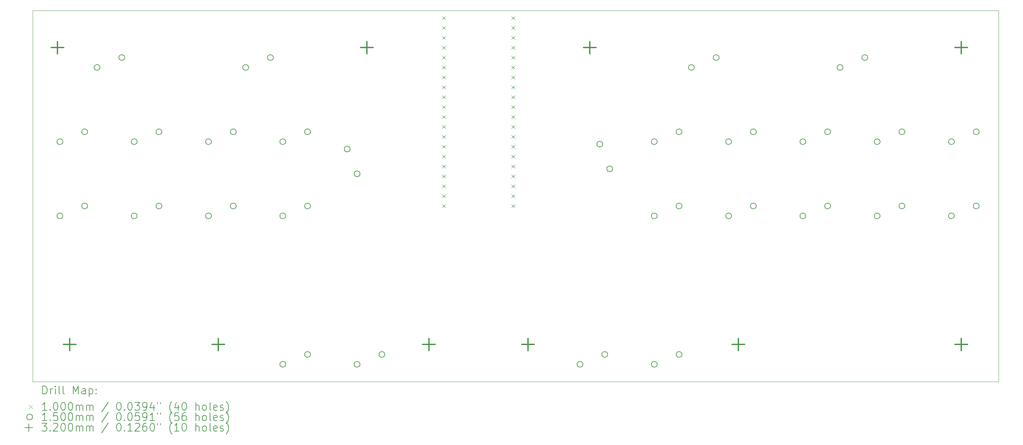
<source format=gbr>
%TF.GenerationSoftware,KiCad,Pcbnew,8.0.4*%
%TF.CreationDate,2024-08-07T22:08:14-04:00*%
%TF.ProjectId,steno,7374656e-6f2e-46b6-9963-61645f706362,1*%
%TF.SameCoordinates,Original*%
%TF.FileFunction,Drillmap*%
%TF.FilePolarity,Positive*%
%FSLAX45Y45*%
G04 Gerber Fmt 4.5, Leading zero omitted, Abs format (unit mm)*
G04 Created by KiCad (PCBNEW 8.0.4) date 2024-08-07 22:08:14*
%MOMM*%
%LPD*%
G01*
G04 APERTURE LIST*
%ADD10C,0.050000*%
%ADD11C,0.200000*%
%ADD12C,0.100000*%
%ADD13C,0.150000*%
%ADD14C,0.320000*%
G04 APERTURE END LIST*
D10*
X1587500Y-5080000D02*
X26352500Y-5080000D01*
X26352500Y-14605000D01*
X1587500Y-14605000D01*
X1587500Y-5080000D01*
D11*
D12*
X12078500Y-5220500D02*
X12178500Y-5320500D01*
X12178500Y-5220500D02*
X12078500Y-5320500D01*
X12078500Y-5474500D02*
X12178500Y-5574500D01*
X12178500Y-5474500D02*
X12078500Y-5574500D01*
X12078500Y-5728500D02*
X12178500Y-5828500D01*
X12178500Y-5728500D02*
X12078500Y-5828500D01*
X12078500Y-5982500D02*
X12178500Y-6082500D01*
X12178500Y-5982500D02*
X12078500Y-6082500D01*
X12078500Y-6236500D02*
X12178500Y-6336500D01*
X12178500Y-6236500D02*
X12078500Y-6336500D01*
X12078500Y-6490500D02*
X12178500Y-6590500D01*
X12178500Y-6490500D02*
X12078500Y-6590500D01*
X12078500Y-6744500D02*
X12178500Y-6844500D01*
X12178500Y-6744500D02*
X12078500Y-6844500D01*
X12078500Y-6998500D02*
X12178500Y-7098500D01*
X12178500Y-6998500D02*
X12078500Y-7098500D01*
X12078500Y-7252500D02*
X12178500Y-7352500D01*
X12178500Y-7252500D02*
X12078500Y-7352500D01*
X12078500Y-7506500D02*
X12178500Y-7606500D01*
X12178500Y-7506500D02*
X12078500Y-7606500D01*
X12078500Y-7760500D02*
X12178500Y-7860500D01*
X12178500Y-7760500D02*
X12078500Y-7860500D01*
X12078500Y-8014500D02*
X12178500Y-8114500D01*
X12178500Y-8014500D02*
X12078500Y-8114500D01*
X12078500Y-8268500D02*
X12178500Y-8368500D01*
X12178500Y-8268500D02*
X12078500Y-8368500D01*
X12078500Y-8522500D02*
X12178500Y-8622500D01*
X12178500Y-8522500D02*
X12078500Y-8622500D01*
X12078500Y-8776500D02*
X12178500Y-8876500D01*
X12178500Y-8776500D02*
X12078500Y-8876500D01*
X12078500Y-9030500D02*
X12178500Y-9130500D01*
X12178500Y-9030500D02*
X12078500Y-9130500D01*
X12078500Y-9284500D02*
X12178500Y-9384500D01*
X12178500Y-9284500D02*
X12078500Y-9384500D01*
X12078500Y-9538500D02*
X12178500Y-9638500D01*
X12178500Y-9538500D02*
X12078500Y-9638500D01*
X12078500Y-9792500D02*
X12178500Y-9892500D01*
X12178500Y-9792500D02*
X12078500Y-9892500D01*
X12078500Y-10046500D02*
X12178500Y-10146500D01*
X12178500Y-10046500D02*
X12078500Y-10146500D01*
X13856500Y-5220500D02*
X13956500Y-5320500D01*
X13956500Y-5220500D02*
X13856500Y-5320500D01*
X13856500Y-5474500D02*
X13956500Y-5574500D01*
X13956500Y-5474500D02*
X13856500Y-5574500D01*
X13856500Y-5728500D02*
X13956500Y-5828500D01*
X13956500Y-5728500D02*
X13856500Y-5828500D01*
X13856500Y-5982500D02*
X13956500Y-6082500D01*
X13956500Y-5982500D02*
X13856500Y-6082500D01*
X13856500Y-6236500D02*
X13956500Y-6336500D01*
X13956500Y-6236500D02*
X13856500Y-6336500D01*
X13856500Y-6490500D02*
X13956500Y-6590500D01*
X13956500Y-6490500D02*
X13856500Y-6590500D01*
X13856500Y-6744500D02*
X13956500Y-6844500D01*
X13956500Y-6744500D02*
X13856500Y-6844500D01*
X13856500Y-6998500D02*
X13956500Y-7098500D01*
X13956500Y-6998500D02*
X13856500Y-7098500D01*
X13856500Y-7252500D02*
X13956500Y-7352500D01*
X13956500Y-7252500D02*
X13856500Y-7352500D01*
X13856500Y-7506500D02*
X13956500Y-7606500D01*
X13956500Y-7506500D02*
X13856500Y-7606500D01*
X13856500Y-7760500D02*
X13956500Y-7860500D01*
X13956500Y-7760500D02*
X13856500Y-7860500D01*
X13856500Y-8014500D02*
X13956500Y-8114500D01*
X13956500Y-8014500D02*
X13856500Y-8114500D01*
X13856500Y-8268500D02*
X13956500Y-8368500D01*
X13956500Y-8268500D02*
X13856500Y-8368500D01*
X13856500Y-8522500D02*
X13956500Y-8622500D01*
X13956500Y-8522500D02*
X13856500Y-8622500D01*
X13856500Y-8776500D02*
X13956500Y-8876500D01*
X13956500Y-8776500D02*
X13856500Y-8876500D01*
X13856500Y-9030500D02*
X13956500Y-9130500D01*
X13956500Y-9030500D02*
X13856500Y-9130500D01*
X13856500Y-9284500D02*
X13956500Y-9384500D01*
X13956500Y-9284500D02*
X13856500Y-9384500D01*
X13856500Y-9538500D02*
X13956500Y-9638500D01*
X13956500Y-9538500D02*
X13856500Y-9638500D01*
X13856500Y-9792500D02*
X13956500Y-9892500D01*
X13956500Y-9792500D02*
X13856500Y-9892500D01*
X13856500Y-10046500D02*
X13956500Y-10146500D01*
X13956500Y-10046500D02*
X13856500Y-10146500D01*
D13*
X2361000Y-8445500D02*
G75*
G02*
X2211000Y-8445500I-75000J0D01*
G01*
X2211000Y-8445500D02*
G75*
G02*
X2361000Y-8445500I75000J0D01*
G01*
X2361000Y-10350500D02*
G75*
G02*
X2211000Y-10350500I-75000J0D01*
G01*
X2211000Y-10350500D02*
G75*
G02*
X2361000Y-10350500I75000J0D01*
G01*
X2996000Y-8191500D02*
G75*
G02*
X2846000Y-8191500I-75000J0D01*
G01*
X2846000Y-8191500D02*
G75*
G02*
X2996000Y-8191500I75000J0D01*
G01*
X2996000Y-10096500D02*
G75*
G02*
X2846000Y-10096500I-75000J0D01*
G01*
X2846000Y-10096500D02*
G75*
G02*
X2996000Y-10096500I75000J0D01*
G01*
X3313500Y-6540500D02*
G75*
G02*
X3163500Y-6540500I-75000J0D01*
G01*
X3163500Y-6540500D02*
G75*
G02*
X3313500Y-6540500I75000J0D01*
G01*
X3948500Y-6286500D02*
G75*
G02*
X3798500Y-6286500I-75000J0D01*
G01*
X3798500Y-6286500D02*
G75*
G02*
X3948500Y-6286500I75000J0D01*
G01*
X4266000Y-8445500D02*
G75*
G02*
X4116000Y-8445500I-75000J0D01*
G01*
X4116000Y-8445500D02*
G75*
G02*
X4266000Y-8445500I75000J0D01*
G01*
X4266000Y-10350500D02*
G75*
G02*
X4116000Y-10350500I-75000J0D01*
G01*
X4116000Y-10350500D02*
G75*
G02*
X4266000Y-10350500I75000J0D01*
G01*
X4901000Y-8191500D02*
G75*
G02*
X4751000Y-8191500I-75000J0D01*
G01*
X4751000Y-8191500D02*
G75*
G02*
X4901000Y-8191500I75000J0D01*
G01*
X4901000Y-10096500D02*
G75*
G02*
X4751000Y-10096500I-75000J0D01*
G01*
X4751000Y-10096500D02*
G75*
G02*
X4901000Y-10096500I75000J0D01*
G01*
X6171000Y-8445500D02*
G75*
G02*
X6021000Y-8445500I-75000J0D01*
G01*
X6021000Y-8445500D02*
G75*
G02*
X6171000Y-8445500I75000J0D01*
G01*
X6171000Y-10350500D02*
G75*
G02*
X6021000Y-10350500I-75000J0D01*
G01*
X6021000Y-10350500D02*
G75*
G02*
X6171000Y-10350500I75000J0D01*
G01*
X6806000Y-8191500D02*
G75*
G02*
X6656000Y-8191500I-75000J0D01*
G01*
X6656000Y-8191500D02*
G75*
G02*
X6806000Y-8191500I75000J0D01*
G01*
X6806000Y-10096500D02*
G75*
G02*
X6656000Y-10096500I-75000J0D01*
G01*
X6656000Y-10096500D02*
G75*
G02*
X6806000Y-10096500I75000J0D01*
G01*
X7123500Y-6540500D02*
G75*
G02*
X6973500Y-6540500I-75000J0D01*
G01*
X6973500Y-6540500D02*
G75*
G02*
X7123500Y-6540500I75000J0D01*
G01*
X7758500Y-6286500D02*
G75*
G02*
X7608500Y-6286500I-75000J0D01*
G01*
X7608500Y-6286500D02*
G75*
G02*
X7758500Y-6286500I75000J0D01*
G01*
X8076000Y-8445500D02*
G75*
G02*
X7926000Y-8445500I-75000J0D01*
G01*
X7926000Y-8445500D02*
G75*
G02*
X8076000Y-8445500I75000J0D01*
G01*
X8076000Y-10350500D02*
G75*
G02*
X7926000Y-10350500I-75000J0D01*
G01*
X7926000Y-10350500D02*
G75*
G02*
X8076000Y-10350500I75000J0D01*
G01*
X8076000Y-14160500D02*
G75*
G02*
X7926000Y-14160500I-75000J0D01*
G01*
X7926000Y-14160500D02*
G75*
G02*
X8076000Y-14160500I75000J0D01*
G01*
X8711000Y-8191500D02*
G75*
G02*
X8561000Y-8191500I-75000J0D01*
G01*
X8561000Y-8191500D02*
G75*
G02*
X8711000Y-8191500I75000J0D01*
G01*
X8711000Y-10096500D02*
G75*
G02*
X8561000Y-10096500I-75000J0D01*
G01*
X8561000Y-10096500D02*
G75*
G02*
X8711000Y-10096500I75000J0D01*
G01*
X8711000Y-13906500D02*
G75*
G02*
X8561000Y-13906500I-75000J0D01*
G01*
X8561000Y-13906500D02*
G75*
G02*
X8711000Y-13906500I75000J0D01*
G01*
X9727000Y-8636000D02*
G75*
G02*
X9577000Y-8636000I-75000J0D01*
G01*
X9577000Y-8636000D02*
G75*
G02*
X9727000Y-8636000I75000J0D01*
G01*
X9981000Y-9271000D02*
G75*
G02*
X9831000Y-9271000I-75000J0D01*
G01*
X9831000Y-9271000D02*
G75*
G02*
X9981000Y-9271000I75000J0D01*
G01*
X9981000Y-14160500D02*
G75*
G02*
X9831000Y-14160500I-75000J0D01*
G01*
X9831000Y-14160500D02*
G75*
G02*
X9981000Y-14160500I75000J0D01*
G01*
X10616000Y-13906500D02*
G75*
G02*
X10466000Y-13906500I-75000J0D01*
G01*
X10466000Y-13906500D02*
G75*
G02*
X10616000Y-13906500I75000J0D01*
G01*
X15696000Y-14160500D02*
G75*
G02*
X15546000Y-14160500I-75000J0D01*
G01*
X15546000Y-14160500D02*
G75*
G02*
X15696000Y-14160500I75000J0D01*
G01*
X16204000Y-8509000D02*
G75*
G02*
X16054000Y-8509000I-75000J0D01*
G01*
X16054000Y-8509000D02*
G75*
G02*
X16204000Y-8509000I75000J0D01*
G01*
X16331000Y-13906500D02*
G75*
G02*
X16181000Y-13906500I-75000J0D01*
G01*
X16181000Y-13906500D02*
G75*
G02*
X16331000Y-13906500I75000J0D01*
G01*
X16458000Y-9144000D02*
G75*
G02*
X16308000Y-9144000I-75000J0D01*
G01*
X16308000Y-9144000D02*
G75*
G02*
X16458000Y-9144000I75000J0D01*
G01*
X17601000Y-8445500D02*
G75*
G02*
X17451000Y-8445500I-75000J0D01*
G01*
X17451000Y-8445500D02*
G75*
G02*
X17601000Y-8445500I75000J0D01*
G01*
X17601000Y-10350500D02*
G75*
G02*
X17451000Y-10350500I-75000J0D01*
G01*
X17451000Y-10350500D02*
G75*
G02*
X17601000Y-10350500I75000J0D01*
G01*
X17601000Y-14160500D02*
G75*
G02*
X17451000Y-14160500I-75000J0D01*
G01*
X17451000Y-14160500D02*
G75*
G02*
X17601000Y-14160500I75000J0D01*
G01*
X18236000Y-8191500D02*
G75*
G02*
X18086000Y-8191500I-75000J0D01*
G01*
X18086000Y-8191500D02*
G75*
G02*
X18236000Y-8191500I75000J0D01*
G01*
X18236000Y-10096500D02*
G75*
G02*
X18086000Y-10096500I-75000J0D01*
G01*
X18086000Y-10096500D02*
G75*
G02*
X18236000Y-10096500I75000J0D01*
G01*
X18236000Y-13906500D02*
G75*
G02*
X18086000Y-13906500I-75000J0D01*
G01*
X18086000Y-13906500D02*
G75*
G02*
X18236000Y-13906500I75000J0D01*
G01*
X18553500Y-6540500D02*
G75*
G02*
X18403500Y-6540500I-75000J0D01*
G01*
X18403500Y-6540500D02*
G75*
G02*
X18553500Y-6540500I75000J0D01*
G01*
X19188500Y-6286500D02*
G75*
G02*
X19038500Y-6286500I-75000J0D01*
G01*
X19038500Y-6286500D02*
G75*
G02*
X19188500Y-6286500I75000J0D01*
G01*
X19506000Y-8445500D02*
G75*
G02*
X19356000Y-8445500I-75000J0D01*
G01*
X19356000Y-8445500D02*
G75*
G02*
X19506000Y-8445500I75000J0D01*
G01*
X19506000Y-10350500D02*
G75*
G02*
X19356000Y-10350500I-75000J0D01*
G01*
X19356000Y-10350500D02*
G75*
G02*
X19506000Y-10350500I75000J0D01*
G01*
X20141000Y-8191500D02*
G75*
G02*
X19991000Y-8191500I-75000J0D01*
G01*
X19991000Y-8191500D02*
G75*
G02*
X20141000Y-8191500I75000J0D01*
G01*
X20141000Y-10096500D02*
G75*
G02*
X19991000Y-10096500I-75000J0D01*
G01*
X19991000Y-10096500D02*
G75*
G02*
X20141000Y-10096500I75000J0D01*
G01*
X21411000Y-8445500D02*
G75*
G02*
X21261000Y-8445500I-75000J0D01*
G01*
X21261000Y-8445500D02*
G75*
G02*
X21411000Y-8445500I75000J0D01*
G01*
X21411000Y-10350500D02*
G75*
G02*
X21261000Y-10350500I-75000J0D01*
G01*
X21261000Y-10350500D02*
G75*
G02*
X21411000Y-10350500I75000J0D01*
G01*
X22046000Y-8191500D02*
G75*
G02*
X21896000Y-8191500I-75000J0D01*
G01*
X21896000Y-8191500D02*
G75*
G02*
X22046000Y-8191500I75000J0D01*
G01*
X22046000Y-10096500D02*
G75*
G02*
X21896000Y-10096500I-75000J0D01*
G01*
X21896000Y-10096500D02*
G75*
G02*
X22046000Y-10096500I75000J0D01*
G01*
X22363500Y-6540500D02*
G75*
G02*
X22213500Y-6540500I-75000J0D01*
G01*
X22213500Y-6540500D02*
G75*
G02*
X22363500Y-6540500I75000J0D01*
G01*
X22998500Y-6286500D02*
G75*
G02*
X22848500Y-6286500I-75000J0D01*
G01*
X22848500Y-6286500D02*
G75*
G02*
X22998500Y-6286500I75000J0D01*
G01*
X23316000Y-8445500D02*
G75*
G02*
X23166000Y-8445500I-75000J0D01*
G01*
X23166000Y-8445500D02*
G75*
G02*
X23316000Y-8445500I75000J0D01*
G01*
X23316000Y-10350500D02*
G75*
G02*
X23166000Y-10350500I-75000J0D01*
G01*
X23166000Y-10350500D02*
G75*
G02*
X23316000Y-10350500I75000J0D01*
G01*
X23951000Y-8191500D02*
G75*
G02*
X23801000Y-8191500I-75000J0D01*
G01*
X23801000Y-8191500D02*
G75*
G02*
X23951000Y-8191500I75000J0D01*
G01*
X23951000Y-10096500D02*
G75*
G02*
X23801000Y-10096500I-75000J0D01*
G01*
X23801000Y-10096500D02*
G75*
G02*
X23951000Y-10096500I75000J0D01*
G01*
X25221000Y-8445500D02*
G75*
G02*
X25071000Y-8445500I-75000J0D01*
G01*
X25071000Y-8445500D02*
G75*
G02*
X25221000Y-8445500I75000J0D01*
G01*
X25221000Y-10350500D02*
G75*
G02*
X25071000Y-10350500I-75000J0D01*
G01*
X25071000Y-10350500D02*
G75*
G02*
X25221000Y-10350500I75000J0D01*
G01*
X25856000Y-8191500D02*
G75*
G02*
X25706000Y-8191500I-75000J0D01*
G01*
X25706000Y-8191500D02*
G75*
G02*
X25856000Y-8191500I75000J0D01*
G01*
X25856000Y-10096500D02*
G75*
G02*
X25706000Y-10096500I-75000J0D01*
G01*
X25706000Y-10096500D02*
G75*
G02*
X25856000Y-10096500I75000J0D01*
G01*
D14*
X2222500Y-5872500D02*
X2222500Y-6192500D01*
X2062500Y-6032500D02*
X2382500Y-6032500D01*
X2540000Y-13492500D02*
X2540000Y-13812500D01*
X2380000Y-13652500D02*
X2700000Y-13652500D01*
X6350000Y-13492500D02*
X6350000Y-13812500D01*
X6190000Y-13652500D02*
X6510000Y-13652500D01*
X10160000Y-5872500D02*
X10160000Y-6192500D01*
X10000000Y-6032500D02*
X10320000Y-6032500D01*
X11747500Y-13492500D02*
X11747500Y-13812500D01*
X11587500Y-13652500D02*
X11907500Y-13652500D01*
X14287500Y-13492500D02*
X14287500Y-13812500D01*
X14127500Y-13652500D02*
X14447500Y-13652500D01*
X15875000Y-5872500D02*
X15875000Y-6192500D01*
X15715000Y-6032500D02*
X16035000Y-6032500D01*
X19685000Y-13492500D02*
X19685000Y-13812500D01*
X19525000Y-13652500D02*
X19845000Y-13652500D01*
X25400000Y-5872500D02*
X25400000Y-6192500D01*
X25240000Y-6032500D02*
X25560000Y-6032500D01*
X25400000Y-13492500D02*
X25400000Y-13812500D01*
X25240000Y-13652500D02*
X25560000Y-13652500D01*
D11*
X1845777Y-14918984D02*
X1845777Y-14718984D01*
X1845777Y-14718984D02*
X1893396Y-14718984D01*
X1893396Y-14718984D02*
X1921967Y-14728508D01*
X1921967Y-14728508D02*
X1941015Y-14747555D01*
X1941015Y-14747555D02*
X1950539Y-14766603D01*
X1950539Y-14766603D02*
X1960062Y-14804698D01*
X1960062Y-14804698D02*
X1960062Y-14833269D01*
X1960062Y-14833269D02*
X1950539Y-14871365D01*
X1950539Y-14871365D02*
X1941015Y-14890412D01*
X1941015Y-14890412D02*
X1921967Y-14909460D01*
X1921967Y-14909460D02*
X1893396Y-14918984D01*
X1893396Y-14918984D02*
X1845777Y-14918984D01*
X2045777Y-14918984D02*
X2045777Y-14785650D01*
X2045777Y-14823746D02*
X2055301Y-14804698D01*
X2055301Y-14804698D02*
X2064824Y-14795174D01*
X2064824Y-14795174D02*
X2083872Y-14785650D01*
X2083872Y-14785650D02*
X2102920Y-14785650D01*
X2169586Y-14918984D02*
X2169586Y-14785650D01*
X2169586Y-14718984D02*
X2160063Y-14728508D01*
X2160063Y-14728508D02*
X2169586Y-14738031D01*
X2169586Y-14738031D02*
X2179110Y-14728508D01*
X2179110Y-14728508D02*
X2169586Y-14718984D01*
X2169586Y-14718984D02*
X2169586Y-14738031D01*
X2293396Y-14918984D02*
X2274348Y-14909460D01*
X2274348Y-14909460D02*
X2264824Y-14890412D01*
X2264824Y-14890412D02*
X2264824Y-14718984D01*
X2398158Y-14918984D02*
X2379110Y-14909460D01*
X2379110Y-14909460D02*
X2369586Y-14890412D01*
X2369586Y-14890412D02*
X2369586Y-14718984D01*
X2626729Y-14918984D02*
X2626729Y-14718984D01*
X2626729Y-14718984D02*
X2693396Y-14861841D01*
X2693396Y-14861841D02*
X2760063Y-14718984D01*
X2760063Y-14718984D02*
X2760063Y-14918984D01*
X2941015Y-14918984D02*
X2941015Y-14814222D01*
X2941015Y-14814222D02*
X2931491Y-14795174D01*
X2931491Y-14795174D02*
X2912443Y-14785650D01*
X2912443Y-14785650D02*
X2874348Y-14785650D01*
X2874348Y-14785650D02*
X2855301Y-14795174D01*
X2941015Y-14909460D02*
X2921967Y-14918984D01*
X2921967Y-14918984D02*
X2874348Y-14918984D01*
X2874348Y-14918984D02*
X2855301Y-14909460D01*
X2855301Y-14909460D02*
X2845777Y-14890412D01*
X2845777Y-14890412D02*
X2845777Y-14871365D01*
X2845777Y-14871365D02*
X2855301Y-14852317D01*
X2855301Y-14852317D02*
X2874348Y-14842793D01*
X2874348Y-14842793D02*
X2921967Y-14842793D01*
X2921967Y-14842793D02*
X2941015Y-14833269D01*
X3036253Y-14785650D02*
X3036253Y-14985650D01*
X3036253Y-14795174D02*
X3055301Y-14785650D01*
X3055301Y-14785650D02*
X3093396Y-14785650D01*
X3093396Y-14785650D02*
X3112443Y-14795174D01*
X3112443Y-14795174D02*
X3121967Y-14804698D01*
X3121967Y-14804698D02*
X3131491Y-14823746D01*
X3131491Y-14823746D02*
X3131491Y-14880888D01*
X3131491Y-14880888D02*
X3121967Y-14899936D01*
X3121967Y-14899936D02*
X3112443Y-14909460D01*
X3112443Y-14909460D02*
X3093396Y-14918984D01*
X3093396Y-14918984D02*
X3055301Y-14918984D01*
X3055301Y-14918984D02*
X3036253Y-14909460D01*
X3217205Y-14899936D02*
X3226729Y-14909460D01*
X3226729Y-14909460D02*
X3217205Y-14918984D01*
X3217205Y-14918984D02*
X3207682Y-14909460D01*
X3207682Y-14909460D02*
X3217205Y-14899936D01*
X3217205Y-14899936D02*
X3217205Y-14918984D01*
X3217205Y-14795174D02*
X3226729Y-14804698D01*
X3226729Y-14804698D02*
X3217205Y-14814222D01*
X3217205Y-14814222D02*
X3207682Y-14804698D01*
X3207682Y-14804698D02*
X3217205Y-14795174D01*
X3217205Y-14795174D02*
X3217205Y-14814222D01*
D12*
X1485000Y-15197500D02*
X1585000Y-15297500D01*
X1585000Y-15197500D02*
X1485000Y-15297500D01*
D11*
X1950539Y-15338984D02*
X1836253Y-15338984D01*
X1893396Y-15338984D02*
X1893396Y-15138984D01*
X1893396Y-15138984D02*
X1874348Y-15167555D01*
X1874348Y-15167555D02*
X1855301Y-15186603D01*
X1855301Y-15186603D02*
X1836253Y-15196127D01*
X2036253Y-15319936D02*
X2045777Y-15329460D01*
X2045777Y-15329460D02*
X2036253Y-15338984D01*
X2036253Y-15338984D02*
X2026729Y-15329460D01*
X2026729Y-15329460D02*
X2036253Y-15319936D01*
X2036253Y-15319936D02*
X2036253Y-15338984D01*
X2169586Y-15138984D02*
X2188634Y-15138984D01*
X2188634Y-15138984D02*
X2207682Y-15148508D01*
X2207682Y-15148508D02*
X2217205Y-15158031D01*
X2217205Y-15158031D02*
X2226729Y-15177079D01*
X2226729Y-15177079D02*
X2236253Y-15215174D01*
X2236253Y-15215174D02*
X2236253Y-15262793D01*
X2236253Y-15262793D02*
X2226729Y-15300888D01*
X2226729Y-15300888D02*
X2217205Y-15319936D01*
X2217205Y-15319936D02*
X2207682Y-15329460D01*
X2207682Y-15329460D02*
X2188634Y-15338984D01*
X2188634Y-15338984D02*
X2169586Y-15338984D01*
X2169586Y-15338984D02*
X2150539Y-15329460D01*
X2150539Y-15329460D02*
X2141015Y-15319936D01*
X2141015Y-15319936D02*
X2131491Y-15300888D01*
X2131491Y-15300888D02*
X2121967Y-15262793D01*
X2121967Y-15262793D02*
X2121967Y-15215174D01*
X2121967Y-15215174D02*
X2131491Y-15177079D01*
X2131491Y-15177079D02*
X2141015Y-15158031D01*
X2141015Y-15158031D02*
X2150539Y-15148508D01*
X2150539Y-15148508D02*
X2169586Y-15138984D01*
X2360063Y-15138984D02*
X2379110Y-15138984D01*
X2379110Y-15138984D02*
X2398158Y-15148508D01*
X2398158Y-15148508D02*
X2407682Y-15158031D01*
X2407682Y-15158031D02*
X2417205Y-15177079D01*
X2417205Y-15177079D02*
X2426729Y-15215174D01*
X2426729Y-15215174D02*
X2426729Y-15262793D01*
X2426729Y-15262793D02*
X2417205Y-15300888D01*
X2417205Y-15300888D02*
X2407682Y-15319936D01*
X2407682Y-15319936D02*
X2398158Y-15329460D01*
X2398158Y-15329460D02*
X2379110Y-15338984D01*
X2379110Y-15338984D02*
X2360063Y-15338984D01*
X2360063Y-15338984D02*
X2341015Y-15329460D01*
X2341015Y-15329460D02*
X2331491Y-15319936D01*
X2331491Y-15319936D02*
X2321967Y-15300888D01*
X2321967Y-15300888D02*
X2312444Y-15262793D01*
X2312444Y-15262793D02*
X2312444Y-15215174D01*
X2312444Y-15215174D02*
X2321967Y-15177079D01*
X2321967Y-15177079D02*
X2331491Y-15158031D01*
X2331491Y-15158031D02*
X2341015Y-15148508D01*
X2341015Y-15148508D02*
X2360063Y-15138984D01*
X2550539Y-15138984D02*
X2569586Y-15138984D01*
X2569586Y-15138984D02*
X2588634Y-15148508D01*
X2588634Y-15148508D02*
X2598158Y-15158031D01*
X2598158Y-15158031D02*
X2607682Y-15177079D01*
X2607682Y-15177079D02*
X2617205Y-15215174D01*
X2617205Y-15215174D02*
X2617205Y-15262793D01*
X2617205Y-15262793D02*
X2607682Y-15300888D01*
X2607682Y-15300888D02*
X2598158Y-15319936D01*
X2598158Y-15319936D02*
X2588634Y-15329460D01*
X2588634Y-15329460D02*
X2569586Y-15338984D01*
X2569586Y-15338984D02*
X2550539Y-15338984D01*
X2550539Y-15338984D02*
X2531491Y-15329460D01*
X2531491Y-15329460D02*
X2521967Y-15319936D01*
X2521967Y-15319936D02*
X2512444Y-15300888D01*
X2512444Y-15300888D02*
X2502920Y-15262793D01*
X2502920Y-15262793D02*
X2502920Y-15215174D01*
X2502920Y-15215174D02*
X2512444Y-15177079D01*
X2512444Y-15177079D02*
X2521967Y-15158031D01*
X2521967Y-15158031D02*
X2531491Y-15148508D01*
X2531491Y-15148508D02*
X2550539Y-15138984D01*
X2702920Y-15338984D02*
X2702920Y-15205650D01*
X2702920Y-15224698D02*
X2712444Y-15215174D01*
X2712444Y-15215174D02*
X2731491Y-15205650D01*
X2731491Y-15205650D02*
X2760063Y-15205650D01*
X2760063Y-15205650D02*
X2779110Y-15215174D01*
X2779110Y-15215174D02*
X2788634Y-15234222D01*
X2788634Y-15234222D02*
X2788634Y-15338984D01*
X2788634Y-15234222D02*
X2798158Y-15215174D01*
X2798158Y-15215174D02*
X2817205Y-15205650D01*
X2817205Y-15205650D02*
X2845777Y-15205650D01*
X2845777Y-15205650D02*
X2864824Y-15215174D01*
X2864824Y-15215174D02*
X2874348Y-15234222D01*
X2874348Y-15234222D02*
X2874348Y-15338984D01*
X2969586Y-15338984D02*
X2969586Y-15205650D01*
X2969586Y-15224698D02*
X2979110Y-15215174D01*
X2979110Y-15215174D02*
X2998158Y-15205650D01*
X2998158Y-15205650D02*
X3026729Y-15205650D01*
X3026729Y-15205650D02*
X3045777Y-15215174D01*
X3045777Y-15215174D02*
X3055301Y-15234222D01*
X3055301Y-15234222D02*
X3055301Y-15338984D01*
X3055301Y-15234222D02*
X3064824Y-15215174D01*
X3064824Y-15215174D02*
X3083872Y-15205650D01*
X3083872Y-15205650D02*
X3112443Y-15205650D01*
X3112443Y-15205650D02*
X3131491Y-15215174D01*
X3131491Y-15215174D02*
X3141015Y-15234222D01*
X3141015Y-15234222D02*
X3141015Y-15338984D01*
X3531491Y-15129460D02*
X3360063Y-15386603D01*
X3788634Y-15138984D02*
X3807682Y-15138984D01*
X3807682Y-15138984D02*
X3826729Y-15148508D01*
X3826729Y-15148508D02*
X3836253Y-15158031D01*
X3836253Y-15158031D02*
X3845777Y-15177079D01*
X3845777Y-15177079D02*
X3855301Y-15215174D01*
X3855301Y-15215174D02*
X3855301Y-15262793D01*
X3855301Y-15262793D02*
X3845777Y-15300888D01*
X3845777Y-15300888D02*
X3836253Y-15319936D01*
X3836253Y-15319936D02*
X3826729Y-15329460D01*
X3826729Y-15329460D02*
X3807682Y-15338984D01*
X3807682Y-15338984D02*
X3788634Y-15338984D01*
X3788634Y-15338984D02*
X3769586Y-15329460D01*
X3769586Y-15329460D02*
X3760063Y-15319936D01*
X3760063Y-15319936D02*
X3750539Y-15300888D01*
X3750539Y-15300888D02*
X3741015Y-15262793D01*
X3741015Y-15262793D02*
X3741015Y-15215174D01*
X3741015Y-15215174D02*
X3750539Y-15177079D01*
X3750539Y-15177079D02*
X3760063Y-15158031D01*
X3760063Y-15158031D02*
X3769586Y-15148508D01*
X3769586Y-15148508D02*
X3788634Y-15138984D01*
X3941015Y-15319936D02*
X3950539Y-15329460D01*
X3950539Y-15329460D02*
X3941015Y-15338984D01*
X3941015Y-15338984D02*
X3931491Y-15329460D01*
X3931491Y-15329460D02*
X3941015Y-15319936D01*
X3941015Y-15319936D02*
X3941015Y-15338984D01*
X4074348Y-15138984D02*
X4093396Y-15138984D01*
X4093396Y-15138984D02*
X4112444Y-15148508D01*
X4112444Y-15148508D02*
X4121967Y-15158031D01*
X4121967Y-15158031D02*
X4131491Y-15177079D01*
X4131491Y-15177079D02*
X4141015Y-15215174D01*
X4141015Y-15215174D02*
X4141015Y-15262793D01*
X4141015Y-15262793D02*
X4131491Y-15300888D01*
X4131491Y-15300888D02*
X4121967Y-15319936D01*
X4121967Y-15319936D02*
X4112444Y-15329460D01*
X4112444Y-15329460D02*
X4093396Y-15338984D01*
X4093396Y-15338984D02*
X4074348Y-15338984D01*
X4074348Y-15338984D02*
X4055301Y-15329460D01*
X4055301Y-15329460D02*
X4045777Y-15319936D01*
X4045777Y-15319936D02*
X4036253Y-15300888D01*
X4036253Y-15300888D02*
X4026729Y-15262793D01*
X4026729Y-15262793D02*
X4026729Y-15215174D01*
X4026729Y-15215174D02*
X4036253Y-15177079D01*
X4036253Y-15177079D02*
X4045777Y-15158031D01*
X4045777Y-15158031D02*
X4055301Y-15148508D01*
X4055301Y-15148508D02*
X4074348Y-15138984D01*
X4207682Y-15138984D02*
X4331491Y-15138984D01*
X4331491Y-15138984D02*
X4264825Y-15215174D01*
X4264825Y-15215174D02*
X4293396Y-15215174D01*
X4293396Y-15215174D02*
X4312444Y-15224698D01*
X4312444Y-15224698D02*
X4321968Y-15234222D01*
X4321968Y-15234222D02*
X4331491Y-15253269D01*
X4331491Y-15253269D02*
X4331491Y-15300888D01*
X4331491Y-15300888D02*
X4321968Y-15319936D01*
X4321968Y-15319936D02*
X4312444Y-15329460D01*
X4312444Y-15329460D02*
X4293396Y-15338984D01*
X4293396Y-15338984D02*
X4236253Y-15338984D01*
X4236253Y-15338984D02*
X4217206Y-15329460D01*
X4217206Y-15329460D02*
X4207682Y-15319936D01*
X4426729Y-15338984D02*
X4464825Y-15338984D01*
X4464825Y-15338984D02*
X4483872Y-15329460D01*
X4483872Y-15329460D02*
X4493396Y-15319936D01*
X4493396Y-15319936D02*
X4512444Y-15291365D01*
X4512444Y-15291365D02*
X4521968Y-15253269D01*
X4521968Y-15253269D02*
X4521968Y-15177079D01*
X4521968Y-15177079D02*
X4512444Y-15158031D01*
X4512444Y-15158031D02*
X4502920Y-15148508D01*
X4502920Y-15148508D02*
X4483872Y-15138984D01*
X4483872Y-15138984D02*
X4445777Y-15138984D01*
X4445777Y-15138984D02*
X4426729Y-15148508D01*
X4426729Y-15148508D02*
X4417206Y-15158031D01*
X4417206Y-15158031D02*
X4407682Y-15177079D01*
X4407682Y-15177079D02*
X4407682Y-15224698D01*
X4407682Y-15224698D02*
X4417206Y-15243746D01*
X4417206Y-15243746D02*
X4426729Y-15253269D01*
X4426729Y-15253269D02*
X4445777Y-15262793D01*
X4445777Y-15262793D02*
X4483872Y-15262793D01*
X4483872Y-15262793D02*
X4502920Y-15253269D01*
X4502920Y-15253269D02*
X4512444Y-15243746D01*
X4512444Y-15243746D02*
X4521968Y-15224698D01*
X4693396Y-15205650D02*
X4693396Y-15338984D01*
X4645777Y-15129460D02*
X4598158Y-15272317D01*
X4598158Y-15272317D02*
X4721968Y-15272317D01*
X4788634Y-15138984D02*
X4788634Y-15177079D01*
X4864825Y-15138984D02*
X4864825Y-15177079D01*
X5160063Y-15415174D02*
X5150539Y-15405650D01*
X5150539Y-15405650D02*
X5131491Y-15377079D01*
X5131491Y-15377079D02*
X5121968Y-15358031D01*
X5121968Y-15358031D02*
X5112444Y-15329460D01*
X5112444Y-15329460D02*
X5102920Y-15281841D01*
X5102920Y-15281841D02*
X5102920Y-15243746D01*
X5102920Y-15243746D02*
X5112444Y-15196127D01*
X5112444Y-15196127D02*
X5121968Y-15167555D01*
X5121968Y-15167555D02*
X5131491Y-15148508D01*
X5131491Y-15148508D02*
X5150539Y-15119936D01*
X5150539Y-15119936D02*
X5160063Y-15110412D01*
X5321968Y-15205650D02*
X5321968Y-15338984D01*
X5274349Y-15129460D02*
X5226730Y-15272317D01*
X5226730Y-15272317D02*
X5350539Y-15272317D01*
X5464825Y-15138984D02*
X5483872Y-15138984D01*
X5483872Y-15138984D02*
X5502920Y-15148508D01*
X5502920Y-15148508D02*
X5512444Y-15158031D01*
X5512444Y-15158031D02*
X5521968Y-15177079D01*
X5521968Y-15177079D02*
X5531491Y-15215174D01*
X5531491Y-15215174D02*
X5531491Y-15262793D01*
X5531491Y-15262793D02*
X5521968Y-15300888D01*
X5521968Y-15300888D02*
X5512444Y-15319936D01*
X5512444Y-15319936D02*
X5502920Y-15329460D01*
X5502920Y-15329460D02*
X5483872Y-15338984D01*
X5483872Y-15338984D02*
X5464825Y-15338984D01*
X5464825Y-15338984D02*
X5445777Y-15329460D01*
X5445777Y-15329460D02*
X5436253Y-15319936D01*
X5436253Y-15319936D02*
X5426730Y-15300888D01*
X5426730Y-15300888D02*
X5417206Y-15262793D01*
X5417206Y-15262793D02*
X5417206Y-15215174D01*
X5417206Y-15215174D02*
X5426730Y-15177079D01*
X5426730Y-15177079D02*
X5436253Y-15158031D01*
X5436253Y-15158031D02*
X5445777Y-15148508D01*
X5445777Y-15148508D02*
X5464825Y-15138984D01*
X5769587Y-15338984D02*
X5769587Y-15138984D01*
X5855301Y-15338984D02*
X5855301Y-15234222D01*
X5855301Y-15234222D02*
X5845777Y-15215174D01*
X5845777Y-15215174D02*
X5826730Y-15205650D01*
X5826730Y-15205650D02*
X5798158Y-15205650D01*
X5798158Y-15205650D02*
X5779110Y-15215174D01*
X5779110Y-15215174D02*
X5769587Y-15224698D01*
X5979110Y-15338984D02*
X5960063Y-15329460D01*
X5960063Y-15329460D02*
X5950539Y-15319936D01*
X5950539Y-15319936D02*
X5941015Y-15300888D01*
X5941015Y-15300888D02*
X5941015Y-15243746D01*
X5941015Y-15243746D02*
X5950539Y-15224698D01*
X5950539Y-15224698D02*
X5960063Y-15215174D01*
X5960063Y-15215174D02*
X5979110Y-15205650D01*
X5979110Y-15205650D02*
X6007682Y-15205650D01*
X6007682Y-15205650D02*
X6026730Y-15215174D01*
X6026730Y-15215174D02*
X6036253Y-15224698D01*
X6036253Y-15224698D02*
X6045777Y-15243746D01*
X6045777Y-15243746D02*
X6045777Y-15300888D01*
X6045777Y-15300888D02*
X6036253Y-15319936D01*
X6036253Y-15319936D02*
X6026730Y-15329460D01*
X6026730Y-15329460D02*
X6007682Y-15338984D01*
X6007682Y-15338984D02*
X5979110Y-15338984D01*
X6160063Y-15338984D02*
X6141015Y-15329460D01*
X6141015Y-15329460D02*
X6131491Y-15310412D01*
X6131491Y-15310412D02*
X6131491Y-15138984D01*
X6312444Y-15329460D02*
X6293396Y-15338984D01*
X6293396Y-15338984D02*
X6255301Y-15338984D01*
X6255301Y-15338984D02*
X6236253Y-15329460D01*
X6236253Y-15329460D02*
X6226730Y-15310412D01*
X6226730Y-15310412D02*
X6226730Y-15234222D01*
X6226730Y-15234222D02*
X6236253Y-15215174D01*
X6236253Y-15215174D02*
X6255301Y-15205650D01*
X6255301Y-15205650D02*
X6293396Y-15205650D01*
X6293396Y-15205650D02*
X6312444Y-15215174D01*
X6312444Y-15215174D02*
X6321968Y-15234222D01*
X6321968Y-15234222D02*
X6321968Y-15253269D01*
X6321968Y-15253269D02*
X6226730Y-15272317D01*
X6398158Y-15329460D02*
X6417206Y-15338984D01*
X6417206Y-15338984D02*
X6455301Y-15338984D01*
X6455301Y-15338984D02*
X6474349Y-15329460D01*
X6474349Y-15329460D02*
X6483872Y-15310412D01*
X6483872Y-15310412D02*
X6483872Y-15300888D01*
X6483872Y-15300888D02*
X6474349Y-15281841D01*
X6474349Y-15281841D02*
X6455301Y-15272317D01*
X6455301Y-15272317D02*
X6426730Y-15272317D01*
X6426730Y-15272317D02*
X6407682Y-15262793D01*
X6407682Y-15262793D02*
X6398158Y-15243746D01*
X6398158Y-15243746D02*
X6398158Y-15234222D01*
X6398158Y-15234222D02*
X6407682Y-15215174D01*
X6407682Y-15215174D02*
X6426730Y-15205650D01*
X6426730Y-15205650D02*
X6455301Y-15205650D01*
X6455301Y-15205650D02*
X6474349Y-15215174D01*
X6550539Y-15415174D02*
X6560063Y-15405650D01*
X6560063Y-15405650D02*
X6579111Y-15377079D01*
X6579111Y-15377079D02*
X6588634Y-15358031D01*
X6588634Y-15358031D02*
X6598158Y-15329460D01*
X6598158Y-15329460D02*
X6607682Y-15281841D01*
X6607682Y-15281841D02*
X6607682Y-15243746D01*
X6607682Y-15243746D02*
X6598158Y-15196127D01*
X6598158Y-15196127D02*
X6588634Y-15167555D01*
X6588634Y-15167555D02*
X6579111Y-15148508D01*
X6579111Y-15148508D02*
X6560063Y-15119936D01*
X6560063Y-15119936D02*
X6550539Y-15110412D01*
D13*
X1585000Y-15511500D02*
G75*
G02*
X1435000Y-15511500I-75000J0D01*
G01*
X1435000Y-15511500D02*
G75*
G02*
X1585000Y-15511500I75000J0D01*
G01*
D11*
X1950539Y-15602984D02*
X1836253Y-15602984D01*
X1893396Y-15602984D02*
X1893396Y-15402984D01*
X1893396Y-15402984D02*
X1874348Y-15431555D01*
X1874348Y-15431555D02*
X1855301Y-15450603D01*
X1855301Y-15450603D02*
X1836253Y-15460127D01*
X2036253Y-15583936D02*
X2045777Y-15593460D01*
X2045777Y-15593460D02*
X2036253Y-15602984D01*
X2036253Y-15602984D02*
X2026729Y-15593460D01*
X2026729Y-15593460D02*
X2036253Y-15583936D01*
X2036253Y-15583936D02*
X2036253Y-15602984D01*
X2226729Y-15402984D02*
X2131491Y-15402984D01*
X2131491Y-15402984D02*
X2121967Y-15498222D01*
X2121967Y-15498222D02*
X2131491Y-15488698D01*
X2131491Y-15488698D02*
X2150539Y-15479174D01*
X2150539Y-15479174D02*
X2198158Y-15479174D01*
X2198158Y-15479174D02*
X2217205Y-15488698D01*
X2217205Y-15488698D02*
X2226729Y-15498222D01*
X2226729Y-15498222D02*
X2236253Y-15517269D01*
X2236253Y-15517269D02*
X2236253Y-15564888D01*
X2236253Y-15564888D02*
X2226729Y-15583936D01*
X2226729Y-15583936D02*
X2217205Y-15593460D01*
X2217205Y-15593460D02*
X2198158Y-15602984D01*
X2198158Y-15602984D02*
X2150539Y-15602984D01*
X2150539Y-15602984D02*
X2131491Y-15593460D01*
X2131491Y-15593460D02*
X2121967Y-15583936D01*
X2360063Y-15402984D02*
X2379110Y-15402984D01*
X2379110Y-15402984D02*
X2398158Y-15412508D01*
X2398158Y-15412508D02*
X2407682Y-15422031D01*
X2407682Y-15422031D02*
X2417205Y-15441079D01*
X2417205Y-15441079D02*
X2426729Y-15479174D01*
X2426729Y-15479174D02*
X2426729Y-15526793D01*
X2426729Y-15526793D02*
X2417205Y-15564888D01*
X2417205Y-15564888D02*
X2407682Y-15583936D01*
X2407682Y-15583936D02*
X2398158Y-15593460D01*
X2398158Y-15593460D02*
X2379110Y-15602984D01*
X2379110Y-15602984D02*
X2360063Y-15602984D01*
X2360063Y-15602984D02*
X2341015Y-15593460D01*
X2341015Y-15593460D02*
X2331491Y-15583936D01*
X2331491Y-15583936D02*
X2321967Y-15564888D01*
X2321967Y-15564888D02*
X2312444Y-15526793D01*
X2312444Y-15526793D02*
X2312444Y-15479174D01*
X2312444Y-15479174D02*
X2321967Y-15441079D01*
X2321967Y-15441079D02*
X2331491Y-15422031D01*
X2331491Y-15422031D02*
X2341015Y-15412508D01*
X2341015Y-15412508D02*
X2360063Y-15402984D01*
X2550539Y-15402984D02*
X2569586Y-15402984D01*
X2569586Y-15402984D02*
X2588634Y-15412508D01*
X2588634Y-15412508D02*
X2598158Y-15422031D01*
X2598158Y-15422031D02*
X2607682Y-15441079D01*
X2607682Y-15441079D02*
X2617205Y-15479174D01*
X2617205Y-15479174D02*
X2617205Y-15526793D01*
X2617205Y-15526793D02*
X2607682Y-15564888D01*
X2607682Y-15564888D02*
X2598158Y-15583936D01*
X2598158Y-15583936D02*
X2588634Y-15593460D01*
X2588634Y-15593460D02*
X2569586Y-15602984D01*
X2569586Y-15602984D02*
X2550539Y-15602984D01*
X2550539Y-15602984D02*
X2531491Y-15593460D01*
X2531491Y-15593460D02*
X2521967Y-15583936D01*
X2521967Y-15583936D02*
X2512444Y-15564888D01*
X2512444Y-15564888D02*
X2502920Y-15526793D01*
X2502920Y-15526793D02*
X2502920Y-15479174D01*
X2502920Y-15479174D02*
X2512444Y-15441079D01*
X2512444Y-15441079D02*
X2521967Y-15422031D01*
X2521967Y-15422031D02*
X2531491Y-15412508D01*
X2531491Y-15412508D02*
X2550539Y-15402984D01*
X2702920Y-15602984D02*
X2702920Y-15469650D01*
X2702920Y-15488698D02*
X2712444Y-15479174D01*
X2712444Y-15479174D02*
X2731491Y-15469650D01*
X2731491Y-15469650D02*
X2760063Y-15469650D01*
X2760063Y-15469650D02*
X2779110Y-15479174D01*
X2779110Y-15479174D02*
X2788634Y-15498222D01*
X2788634Y-15498222D02*
X2788634Y-15602984D01*
X2788634Y-15498222D02*
X2798158Y-15479174D01*
X2798158Y-15479174D02*
X2817205Y-15469650D01*
X2817205Y-15469650D02*
X2845777Y-15469650D01*
X2845777Y-15469650D02*
X2864824Y-15479174D01*
X2864824Y-15479174D02*
X2874348Y-15498222D01*
X2874348Y-15498222D02*
X2874348Y-15602984D01*
X2969586Y-15602984D02*
X2969586Y-15469650D01*
X2969586Y-15488698D02*
X2979110Y-15479174D01*
X2979110Y-15479174D02*
X2998158Y-15469650D01*
X2998158Y-15469650D02*
X3026729Y-15469650D01*
X3026729Y-15469650D02*
X3045777Y-15479174D01*
X3045777Y-15479174D02*
X3055301Y-15498222D01*
X3055301Y-15498222D02*
X3055301Y-15602984D01*
X3055301Y-15498222D02*
X3064824Y-15479174D01*
X3064824Y-15479174D02*
X3083872Y-15469650D01*
X3083872Y-15469650D02*
X3112443Y-15469650D01*
X3112443Y-15469650D02*
X3131491Y-15479174D01*
X3131491Y-15479174D02*
X3141015Y-15498222D01*
X3141015Y-15498222D02*
X3141015Y-15602984D01*
X3531491Y-15393460D02*
X3360063Y-15650603D01*
X3788634Y-15402984D02*
X3807682Y-15402984D01*
X3807682Y-15402984D02*
X3826729Y-15412508D01*
X3826729Y-15412508D02*
X3836253Y-15422031D01*
X3836253Y-15422031D02*
X3845777Y-15441079D01*
X3845777Y-15441079D02*
X3855301Y-15479174D01*
X3855301Y-15479174D02*
X3855301Y-15526793D01*
X3855301Y-15526793D02*
X3845777Y-15564888D01*
X3845777Y-15564888D02*
X3836253Y-15583936D01*
X3836253Y-15583936D02*
X3826729Y-15593460D01*
X3826729Y-15593460D02*
X3807682Y-15602984D01*
X3807682Y-15602984D02*
X3788634Y-15602984D01*
X3788634Y-15602984D02*
X3769586Y-15593460D01*
X3769586Y-15593460D02*
X3760063Y-15583936D01*
X3760063Y-15583936D02*
X3750539Y-15564888D01*
X3750539Y-15564888D02*
X3741015Y-15526793D01*
X3741015Y-15526793D02*
X3741015Y-15479174D01*
X3741015Y-15479174D02*
X3750539Y-15441079D01*
X3750539Y-15441079D02*
X3760063Y-15422031D01*
X3760063Y-15422031D02*
X3769586Y-15412508D01*
X3769586Y-15412508D02*
X3788634Y-15402984D01*
X3941015Y-15583936D02*
X3950539Y-15593460D01*
X3950539Y-15593460D02*
X3941015Y-15602984D01*
X3941015Y-15602984D02*
X3931491Y-15593460D01*
X3931491Y-15593460D02*
X3941015Y-15583936D01*
X3941015Y-15583936D02*
X3941015Y-15602984D01*
X4074348Y-15402984D02*
X4093396Y-15402984D01*
X4093396Y-15402984D02*
X4112444Y-15412508D01*
X4112444Y-15412508D02*
X4121967Y-15422031D01*
X4121967Y-15422031D02*
X4131491Y-15441079D01*
X4131491Y-15441079D02*
X4141015Y-15479174D01*
X4141015Y-15479174D02*
X4141015Y-15526793D01*
X4141015Y-15526793D02*
X4131491Y-15564888D01*
X4131491Y-15564888D02*
X4121967Y-15583936D01*
X4121967Y-15583936D02*
X4112444Y-15593460D01*
X4112444Y-15593460D02*
X4093396Y-15602984D01*
X4093396Y-15602984D02*
X4074348Y-15602984D01*
X4074348Y-15602984D02*
X4055301Y-15593460D01*
X4055301Y-15593460D02*
X4045777Y-15583936D01*
X4045777Y-15583936D02*
X4036253Y-15564888D01*
X4036253Y-15564888D02*
X4026729Y-15526793D01*
X4026729Y-15526793D02*
X4026729Y-15479174D01*
X4026729Y-15479174D02*
X4036253Y-15441079D01*
X4036253Y-15441079D02*
X4045777Y-15422031D01*
X4045777Y-15422031D02*
X4055301Y-15412508D01*
X4055301Y-15412508D02*
X4074348Y-15402984D01*
X4321968Y-15402984D02*
X4226729Y-15402984D01*
X4226729Y-15402984D02*
X4217206Y-15498222D01*
X4217206Y-15498222D02*
X4226729Y-15488698D01*
X4226729Y-15488698D02*
X4245777Y-15479174D01*
X4245777Y-15479174D02*
X4293396Y-15479174D01*
X4293396Y-15479174D02*
X4312444Y-15488698D01*
X4312444Y-15488698D02*
X4321968Y-15498222D01*
X4321968Y-15498222D02*
X4331491Y-15517269D01*
X4331491Y-15517269D02*
X4331491Y-15564888D01*
X4331491Y-15564888D02*
X4321968Y-15583936D01*
X4321968Y-15583936D02*
X4312444Y-15593460D01*
X4312444Y-15593460D02*
X4293396Y-15602984D01*
X4293396Y-15602984D02*
X4245777Y-15602984D01*
X4245777Y-15602984D02*
X4226729Y-15593460D01*
X4226729Y-15593460D02*
X4217206Y-15583936D01*
X4426729Y-15602984D02*
X4464825Y-15602984D01*
X4464825Y-15602984D02*
X4483872Y-15593460D01*
X4483872Y-15593460D02*
X4493396Y-15583936D01*
X4493396Y-15583936D02*
X4512444Y-15555365D01*
X4512444Y-15555365D02*
X4521968Y-15517269D01*
X4521968Y-15517269D02*
X4521968Y-15441079D01*
X4521968Y-15441079D02*
X4512444Y-15422031D01*
X4512444Y-15422031D02*
X4502920Y-15412508D01*
X4502920Y-15412508D02*
X4483872Y-15402984D01*
X4483872Y-15402984D02*
X4445777Y-15402984D01*
X4445777Y-15402984D02*
X4426729Y-15412508D01*
X4426729Y-15412508D02*
X4417206Y-15422031D01*
X4417206Y-15422031D02*
X4407682Y-15441079D01*
X4407682Y-15441079D02*
X4407682Y-15488698D01*
X4407682Y-15488698D02*
X4417206Y-15507746D01*
X4417206Y-15507746D02*
X4426729Y-15517269D01*
X4426729Y-15517269D02*
X4445777Y-15526793D01*
X4445777Y-15526793D02*
X4483872Y-15526793D01*
X4483872Y-15526793D02*
X4502920Y-15517269D01*
X4502920Y-15517269D02*
X4512444Y-15507746D01*
X4512444Y-15507746D02*
X4521968Y-15488698D01*
X4712444Y-15602984D02*
X4598158Y-15602984D01*
X4655301Y-15602984D02*
X4655301Y-15402984D01*
X4655301Y-15402984D02*
X4636253Y-15431555D01*
X4636253Y-15431555D02*
X4617206Y-15450603D01*
X4617206Y-15450603D02*
X4598158Y-15460127D01*
X4788634Y-15402984D02*
X4788634Y-15441079D01*
X4864825Y-15402984D02*
X4864825Y-15441079D01*
X5160063Y-15679174D02*
X5150539Y-15669650D01*
X5150539Y-15669650D02*
X5131491Y-15641079D01*
X5131491Y-15641079D02*
X5121968Y-15622031D01*
X5121968Y-15622031D02*
X5112444Y-15593460D01*
X5112444Y-15593460D02*
X5102920Y-15545841D01*
X5102920Y-15545841D02*
X5102920Y-15507746D01*
X5102920Y-15507746D02*
X5112444Y-15460127D01*
X5112444Y-15460127D02*
X5121968Y-15431555D01*
X5121968Y-15431555D02*
X5131491Y-15412508D01*
X5131491Y-15412508D02*
X5150539Y-15383936D01*
X5150539Y-15383936D02*
X5160063Y-15374412D01*
X5331491Y-15402984D02*
X5236253Y-15402984D01*
X5236253Y-15402984D02*
X5226730Y-15498222D01*
X5226730Y-15498222D02*
X5236253Y-15488698D01*
X5236253Y-15488698D02*
X5255301Y-15479174D01*
X5255301Y-15479174D02*
X5302920Y-15479174D01*
X5302920Y-15479174D02*
X5321968Y-15488698D01*
X5321968Y-15488698D02*
X5331491Y-15498222D01*
X5331491Y-15498222D02*
X5341015Y-15517269D01*
X5341015Y-15517269D02*
X5341015Y-15564888D01*
X5341015Y-15564888D02*
X5331491Y-15583936D01*
X5331491Y-15583936D02*
X5321968Y-15593460D01*
X5321968Y-15593460D02*
X5302920Y-15602984D01*
X5302920Y-15602984D02*
X5255301Y-15602984D01*
X5255301Y-15602984D02*
X5236253Y-15593460D01*
X5236253Y-15593460D02*
X5226730Y-15583936D01*
X5512444Y-15402984D02*
X5474349Y-15402984D01*
X5474349Y-15402984D02*
X5455301Y-15412508D01*
X5455301Y-15412508D02*
X5445777Y-15422031D01*
X5445777Y-15422031D02*
X5426730Y-15450603D01*
X5426730Y-15450603D02*
X5417206Y-15488698D01*
X5417206Y-15488698D02*
X5417206Y-15564888D01*
X5417206Y-15564888D02*
X5426730Y-15583936D01*
X5426730Y-15583936D02*
X5436253Y-15593460D01*
X5436253Y-15593460D02*
X5455301Y-15602984D01*
X5455301Y-15602984D02*
X5493396Y-15602984D01*
X5493396Y-15602984D02*
X5512444Y-15593460D01*
X5512444Y-15593460D02*
X5521968Y-15583936D01*
X5521968Y-15583936D02*
X5531491Y-15564888D01*
X5531491Y-15564888D02*
X5531491Y-15517269D01*
X5531491Y-15517269D02*
X5521968Y-15498222D01*
X5521968Y-15498222D02*
X5512444Y-15488698D01*
X5512444Y-15488698D02*
X5493396Y-15479174D01*
X5493396Y-15479174D02*
X5455301Y-15479174D01*
X5455301Y-15479174D02*
X5436253Y-15488698D01*
X5436253Y-15488698D02*
X5426730Y-15498222D01*
X5426730Y-15498222D02*
X5417206Y-15517269D01*
X5769587Y-15602984D02*
X5769587Y-15402984D01*
X5855301Y-15602984D02*
X5855301Y-15498222D01*
X5855301Y-15498222D02*
X5845777Y-15479174D01*
X5845777Y-15479174D02*
X5826730Y-15469650D01*
X5826730Y-15469650D02*
X5798158Y-15469650D01*
X5798158Y-15469650D02*
X5779110Y-15479174D01*
X5779110Y-15479174D02*
X5769587Y-15488698D01*
X5979110Y-15602984D02*
X5960063Y-15593460D01*
X5960063Y-15593460D02*
X5950539Y-15583936D01*
X5950539Y-15583936D02*
X5941015Y-15564888D01*
X5941015Y-15564888D02*
X5941015Y-15507746D01*
X5941015Y-15507746D02*
X5950539Y-15488698D01*
X5950539Y-15488698D02*
X5960063Y-15479174D01*
X5960063Y-15479174D02*
X5979110Y-15469650D01*
X5979110Y-15469650D02*
X6007682Y-15469650D01*
X6007682Y-15469650D02*
X6026730Y-15479174D01*
X6026730Y-15479174D02*
X6036253Y-15488698D01*
X6036253Y-15488698D02*
X6045777Y-15507746D01*
X6045777Y-15507746D02*
X6045777Y-15564888D01*
X6045777Y-15564888D02*
X6036253Y-15583936D01*
X6036253Y-15583936D02*
X6026730Y-15593460D01*
X6026730Y-15593460D02*
X6007682Y-15602984D01*
X6007682Y-15602984D02*
X5979110Y-15602984D01*
X6160063Y-15602984D02*
X6141015Y-15593460D01*
X6141015Y-15593460D02*
X6131491Y-15574412D01*
X6131491Y-15574412D02*
X6131491Y-15402984D01*
X6312444Y-15593460D02*
X6293396Y-15602984D01*
X6293396Y-15602984D02*
X6255301Y-15602984D01*
X6255301Y-15602984D02*
X6236253Y-15593460D01*
X6236253Y-15593460D02*
X6226730Y-15574412D01*
X6226730Y-15574412D02*
X6226730Y-15498222D01*
X6226730Y-15498222D02*
X6236253Y-15479174D01*
X6236253Y-15479174D02*
X6255301Y-15469650D01*
X6255301Y-15469650D02*
X6293396Y-15469650D01*
X6293396Y-15469650D02*
X6312444Y-15479174D01*
X6312444Y-15479174D02*
X6321968Y-15498222D01*
X6321968Y-15498222D02*
X6321968Y-15517269D01*
X6321968Y-15517269D02*
X6226730Y-15536317D01*
X6398158Y-15593460D02*
X6417206Y-15602984D01*
X6417206Y-15602984D02*
X6455301Y-15602984D01*
X6455301Y-15602984D02*
X6474349Y-15593460D01*
X6474349Y-15593460D02*
X6483872Y-15574412D01*
X6483872Y-15574412D02*
X6483872Y-15564888D01*
X6483872Y-15564888D02*
X6474349Y-15545841D01*
X6474349Y-15545841D02*
X6455301Y-15536317D01*
X6455301Y-15536317D02*
X6426730Y-15536317D01*
X6426730Y-15536317D02*
X6407682Y-15526793D01*
X6407682Y-15526793D02*
X6398158Y-15507746D01*
X6398158Y-15507746D02*
X6398158Y-15498222D01*
X6398158Y-15498222D02*
X6407682Y-15479174D01*
X6407682Y-15479174D02*
X6426730Y-15469650D01*
X6426730Y-15469650D02*
X6455301Y-15469650D01*
X6455301Y-15469650D02*
X6474349Y-15479174D01*
X6550539Y-15679174D02*
X6560063Y-15669650D01*
X6560063Y-15669650D02*
X6579111Y-15641079D01*
X6579111Y-15641079D02*
X6588634Y-15622031D01*
X6588634Y-15622031D02*
X6598158Y-15593460D01*
X6598158Y-15593460D02*
X6607682Y-15545841D01*
X6607682Y-15545841D02*
X6607682Y-15507746D01*
X6607682Y-15507746D02*
X6598158Y-15460127D01*
X6598158Y-15460127D02*
X6588634Y-15431555D01*
X6588634Y-15431555D02*
X6579111Y-15412508D01*
X6579111Y-15412508D02*
X6560063Y-15383936D01*
X6560063Y-15383936D02*
X6550539Y-15374412D01*
X1485000Y-15681500D02*
X1485000Y-15881500D01*
X1385000Y-15781500D02*
X1585000Y-15781500D01*
X1826729Y-15672984D02*
X1950539Y-15672984D01*
X1950539Y-15672984D02*
X1883872Y-15749174D01*
X1883872Y-15749174D02*
X1912443Y-15749174D01*
X1912443Y-15749174D02*
X1931491Y-15758698D01*
X1931491Y-15758698D02*
X1941015Y-15768222D01*
X1941015Y-15768222D02*
X1950539Y-15787269D01*
X1950539Y-15787269D02*
X1950539Y-15834888D01*
X1950539Y-15834888D02*
X1941015Y-15853936D01*
X1941015Y-15853936D02*
X1931491Y-15863460D01*
X1931491Y-15863460D02*
X1912443Y-15872984D01*
X1912443Y-15872984D02*
X1855301Y-15872984D01*
X1855301Y-15872984D02*
X1836253Y-15863460D01*
X1836253Y-15863460D02*
X1826729Y-15853936D01*
X2036253Y-15853936D02*
X2045777Y-15863460D01*
X2045777Y-15863460D02*
X2036253Y-15872984D01*
X2036253Y-15872984D02*
X2026729Y-15863460D01*
X2026729Y-15863460D02*
X2036253Y-15853936D01*
X2036253Y-15853936D02*
X2036253Y-15872984D01*
X2121967Y-15692031D02*
X2131491Y-15682508D01*
X2131491Y-15682508D02*
X2150539Y-15672984D01*
X2150539Y-15672984D02*
X2198158Y-15672984D01*
X2198158Y-15672984D02*
X2217205Y-15682508D01*
X2217205Y-15682508D02*
X2226729Y-15692031D01*
X2226729Y-15692031D02*
X2236253Y-15711079D01*
X2236253Y-15711079D02*
X2236253Y-15730127D01*
X2236253Y-15730127D02*
X2226729Y-15758698D01*
X2226729Y-15758698D02*
X2112444Y-15872984D01*
X2112444Y-15872984D02*
X2236253Y-15872984D01*
X2360063Y-15672984D02*
X2379110Y-15672984D01*
X2379110Y-15672984D02*
X2398158Y-15682508D01*
X2398158Y-15682508D02*
X2407682Y-15692031D01*
X2407682Y-15692031D02*
X2417205Y-15711079D01*
X2417205Y-15711079D02*
X2426729Y-15749174D01*
X2426729Y-15749174D02*
X2426729Y-15796793D01*
X2426729Y-15796793D02*
X2417205Y-15834888D01*
X2417205Y-15834888D02*
X2407682Y-15853936D01*
X2407682Y-15853936D02*
X2398158Y-15863460D01*
X2398158Y-15863460D02*
X2379110Y-15872984D01*
X2379110Y-15872984D02*
X2360063Y-15872984D01*
X2360063Y-15872984D02*
X2341015Y-15863460D01*
X2341015Y-15863460D02*
X2331491Y-15853936D01*
X2331491Y-15853936D02*
X2321967Y-15834888D01*
X2321967Y-15834888D02*
X2312444Y-15796793D01*
X2312444Y-15796793D02*
X2312444Y-15749174D01*
X2312444Y-15749174D02*
X2321967Y-15711079D01*
X2321967Y-15711079D02*
X2331491Y-15692031D01*
X2331491Y-15692031D02*
X2341015Y-15682508D01*
X2341015Y-15682508D02*
X2360063Y-15672984D01*
X2550539Y-15672984D02*
X2569586Y-15672984D01*
X2569586Y-15672984D02*
X2588634Y-15682508D01*
X2588634Y-15682508D02*
X2598158Y-15692031D01*
X2598158Y-15692031D02*
X2607682Y-15711079D01*
X2607682Y-15711079D02*
X2617205Y-15749174D01*
X2617205Y-15749174D02*
X2617205Y-15796793D01*
X2617205Y-15796793D02*
X2607682Y-15834888D01*
X2607682Y-15834888D02*
X2598158Y-15853936D01*
X2598158Y-15853936D02*
X2588634Y-15863460D01*
X2588634Y-15863460D02*
X2569586Y-15872984D01*
X2569586Y-15872984D02*
X2550539Y-15872984D01*
X2550539Y-15872984D02*
X2531491Y-15863460D01*
X2531491Y-15863460D02*
X2521967Y-15853936D01*
X2521967Y-15853936D02*
X2512444Y-15834888D01*
X2512444Y-15834888D02*
X2502920Y-15796793D01*
X2502920Y-15796793D02*
X2502920Y-15749174D01*
X2502920Y-15749174D02*
X2512444Y-15711079D01*
X2512444Y-15711079D02*
X2521967Y-15692031D01*
X2521967Y-15692031D02*
X2531491Y-15682508D01*
X2531491Y-15682508D02*
X2550539Y-15672984D01*
X2702920Y-15872984D02*
X2702920Y-15739650D01*
X2702920Y-15758698D02*
X2712444Y-15749174D01*
X2712444Y-15749174D02*
X2731491Y-15739650D01*
X2731491Y-15739650D02*
X2760063Y-15739650D01*
X2760063Y-15739650D02*
X2779110Y-15749174D01*
X2779110Y-15749174D02*
X2788634Y-15768222D01*
X2788634Y-15768222D02*
X2788634Y-15872984D01*
X2788634Y-15768222D02*
X2798158Y-15749174D01*
X2798158Y-15749174D02*
X2817205Y-15739650D01*
X2817205Y-15739650D02*
X2845777Y-15739650D01*
X2845777Y-15739650D02*
X2864824Y-15749174D01*
X2864824Y-15749174D02*
X2874348Y-15768222D01*
X2874348Y-15768222D02*
X2874348Y-15872984D01*
X2969586Y-15872984D02*
X2969586Y-15739650D01*
X2969586Y-15758698D02*
X2979110Y-15749174D01*
X2979110Y-15749174D02*
X2998158Y-15739650D01*
X2998158Y-15739650D02*
X3026729Y-15739650D01*
X3026729Y-15739650D02*
X3045777Y-15749174D01*
X3045777Y-15749174D02*
X3055301Y-15768222D01*
X3055301Y-15768222D02*
X3055301Y-15872984D01*
X3055301Y-15768222D02*
X3064824Y-15749174D01*
X3064824Y-15749174D02*
X3083872Y-15739650D01*
X3083872Y-15739650D02*
X3112443Y-15739650D01*
X3112443Y-15739650D02*
X3131491Y-15749174D01*
X3131491Y-15749174D02*
X3141015Y-15768222D01*
X3141015Y-15768222D02*
X3141015Y-15872984D01*
X3531491Y-15663460D02*
X3360063Y-15920603D01*
X3788634Y-15672984D02*
X3807682Y-15672984D01*
X3807682Y-15672984D02*
X3826729Y-15682508D01*
X3826729Y-15682508D02*
X3836253Y-15692031D01*
X3836253Y-15692031D02*
X3845777Y-15711079D01*
X3845777Y-15711079D02*
X3855301Y-15749174D01*
X3855301Y-15749174D02*
X3855301Y-15796793D01*
X3855301Y-15796793D02*
X3845777Y-15834888D01*
X3845777Y-15834888D02*
X3836253Y-15853936D01*
X3836253Y-15853936D02*
X3826729Y-15863460D01*
X3826729Y-15863460D02*
X3807682Y-15872984D01*
X3807682Y-15872984D02*
X3788634Y-15872984D01*
X3788634Y-15872984D02*
X3769586Y-15863460D01*
X3769586Y-15863460D02*
X3760063Y-15853936D01*
X3760063Y-15853936D02*
X3750539Y-15834888D01*
X3750539Y-15834888D02*
X3741015Y-15796793D01*
X3741015Y-15796793D02*
X3741015Y-15749174D01*
X3741015Y-15749174D02*
X3750539Y-15711079D01*
X3750539Y-15711079D02*
X3760063Y-15692031D01*
X3760063Y-15692031D02*
X3769586Y-15682508D01*
X3769586Y-15682508D02*
X3788634Y-15672984D01*
X3941015Y-15853936D02*
X3950539Y-15863460D01*
X3950539Y-15863460D02*
X3941015Y-15872984D01*
X3941015Y-15872984D02*
X3931491Y-15863460D01*
X3931491Y-15863460D02*
X3941015Y-15853936D01*
X3941015Y-15853936D02*
X3941015Y-15872984D01*
X4141015Y-15872984D02*
X4026729Y-15872984D01*
X4083872Y-15872984D02*
X4083872Y-15672984D01*
X4083872Y-15672984D02*
X4064825Y-15701555D01*
X4064825Y-15701555D02*
X4045777Y-15720603D01*
X4045777Y-15720603D02*
X4026729Y-15730127D01*
X4217206Y-15692031D02*
X4226729Y-15682508D01*
X4226729Y-15682508D02*
X4245777Y-15672984D01*
X4245777Y-15672984D02*
X4293396Y-15672984D01*
X4293396Y-15672984D02*
X4312444Y-15682508D01*
X4312444Y-15682508D02*
X4321968Y-15692031D01*
X4321968Y-15692031D02*
X4331491Y-15711079D01*
X4331491Y-15711079D02*
X4331491Y-15730127D01*
X4331491Y-15730127D02*
X4321968Y-15758698D01*
X4321968Y-15758698D02*
X4207682Y-15872984D01*
X4207682Y-15872984D02*
X4331491Y-15872984D01*
X4502920Y-15672984D02*
X4464825Y-15672984D01*
X4464825Y-15672984D02*
X4445777Y-15682508D01*
X4445777Y-15682508D02*
X4436253Y-15692031D01*
X4436253Y-15692031D02*
X4417206Y-15720603D01*
X4417206Y-15720603D02*
X4407682Y-15758698D01*
X4407682Y-15758698D02*
X4407682Y-15834888D01*
X4407682Y-15834888D02*
X4417206Y-15853936D01*
X4417206Y-15853936D02*
X4426729Y-15863460D01*
X4426729Y-15863460D02*
X4445777Y-15872984D01*
X4445777Y-15872984D02*
X4483872Y-15872984D01*
X4483872Y-15872984D02*
X4502920Y-15863460D01*
X4502920Y-15863460D02*
X4512444Y-15853936D01*
X4512444Y-15853936D02*
X4521968Y-15834888D01*
X4521968Y-15834888D02*
X4521968Y-15787269D01*
X4521968Y-15787269D02*
X4512444Y-15768222D01*
X4512444Y-15768222D02*
X4502920Y-15758698D01*
X4502920Y-15758698D02*
X4483872Y-15749174D01*
X4483872Y-15749174D02*
X4445777Y-15749174D01*
X4445777Y-15749174D02*
X4426729Y-15758698D01*
X4426729Y-15758698D02*
X4417206Y-15768222D01*
X4417206Y-15768222D02*
X4407682Y-15787269D01*
X4645777Y-15672984D02*
X4664825Y-15672984D01*
X4664825Y-15672984D02*
X4683872Y-15682508D01*
X4683872Y-15682508D02*
X4693396Y-15692031D01*
X4693396Y-15692031D02*
X4702920Y-15711079D01*
X4702920Y-15711079D02*
X4712444Y-15749174D01*
X4712444Y-15749174D02*
X4712444Y-15796793D01*
X4712444Y-15796793D02*
X4702920Y-15834888D01*
X4702920Y-15834888D02*
X4693396Y-15853936D01*
X4693396Y-15853936D02*
X4683872Y-15863460D01*
X4683872Y-15863460D02*
X4664825Y-15872984D01*
X4664825Y-15872984D02*
X4645777Y-15872984D01*
X4645777Y-15872984D02*
X4626729Y-15863460D01*
X4626729Y-15863460D02*
X4617206Y-15853936D01*
X4617206Y-15853936D02*
X4607682Y-15834888D01*
X4607682Y-15834888D02*
X4598158Y-15796793D01*
X4598158Y-15796793D02*
X4598158Y-15749174D01*
X4598158Y-15749174D02*
X4607682Y-15711079D01*
X4607682Y-15711079D02*
X4617206Y-15692031D01*
X4617206Y-15692031D02*
X4626729Y-15682508D01*
X4626729Y-15682508D02*
X4645777Y-15672984D01*
X4788634Y-15672984D02*
X4788634Y-15711079D01*
X4864825Y-15672984D02*
X4864825Y-15711079D01*
X5160063Y-15949174D02*
X5150539Y-15939650D01*
X5150539Y-15939650D02*
X5131491Y-15911079D01*
X5131491Y-15911079D02*
X5121968Y-15892031D01*
X5121968Y-15892031D02*
X5112444Y-15863460D01*
X5112444Y-15863460D02*
X5102920Y-15815841D01*
X5102920Y-15815841D02*
X5102920Y-15777746D01*
X5102920Y-15777746D02*
X5112444Y-15730127D01*
X5112444Y-15730127D02*
X5121968Y-15701555D01*
X5121968Y-15701555D02*
X5131491Y-15682508D01*
X5131491Y-15682508D02*
X5150539Y-15653936D01*
X5150539Y-15653936D02*
X5160063Y-15644412D01*
X5341015Y-15872984D02*
X5226730Y-15872984D01*
X5283872Y-15872984D02*
X5283872Y-15672984D01*
X5283872Y-15672984D02*
X5264825Y-15701555D01*
X5264825Y-15701555D02*
X5245777Y-15720603D01*
X5245777Y-15720603D02*
X5226730Y-15730127D01*
X5464825Y-15672984D02*
X5483872Y-15672984D01*
X5483872Y-15672984D02*
X5502920Y-15682508D01*
X5502920Y-15682508D02*
X5512444Y-15692031D01*
X5512444Y-15692031D02*
X5521968Y-15711079D01*
X5521968Y-15711079D02*
X5531491Y-15749174D01*
X5531491Y-15749174D02*
X5531491Y-15796793D01*
X5531491Y-15796793D02*
X5521968Y-15834888D01*
X5521968Y-15834888D02*
X5512444Y-15853936D01*
X5512444Y-15853936D02*
X5502920Y-15863460D01*
X5502920Y-15863460D02*
X5483872Y-15872984D01*
X5483872Y-15872984D02*
X5464825Y-15872984D01*
X5464825Y-15872984D02*
X5445777Y-15863460D01*
X5445777Y-15863460D02*
X5436253Y-15853936D01*
X5436253Y-15853936D02*
X5426730Y-15834888D01*
X5426730Y-15834888D02*
X5417206Y-15796793D01*
X5417206Y-15796793D02*
X5417206Y-15749174D01*
X5417206Y-15749174D02*
X5426730Y-15711079D01*
X5426730Y-15711079D02*
X5436253Y-15692031D01*
X5436253Y-15692031D02*
X5445777Y-15682508D01*
X5445777Y-15682508D02*
X5464825Y-15672984D01*
X5769587Y-15872984D02*
X5769587Y-15672984D01*
X5855301Y-15872984D02*
X5855301Y-15768222D01*
X5855301Y-15768222D02*
X5845777Y-15749174D01*
X5845777Y-15749174D02*
X5826730Y-15739650D01*
X5826730Y-15739650D02*
X5798158Y-15739650D01*
X5798158Y-15739650D02*
X5779110Y-15749174D01*
X5779110Y-15749174D02*
X5769587Y-15758698D01*
X5979110Y-15872984D02*
X5960063Y-15863460D01*
X5960063Y-15863460D02*
X5950539Y-15853936D01*
X5950539Y-15853936D02*
X5941015Y-15834888D01*
X5941015Y-15834888D02*
X5941015Y-15777746D01*
X5941015Y-15777746D02*
X5950539Y-15758698D01*
X5950539Y-15758698D02*
X5960063Y-15749174D01*
X5960063Y-15749174D02*
X5979110Y-15739650D01*
X5979110Y-15739650D02*
X6007682Y-15739650D01*
X6007682Y-15739650D02*
X6026730Y-15749174D01*
X6026730Y-15749174D02*
X6036253Y-15758698D01*
X6036253Y-15758698D02*
X6045777Y-15777746D01*
X6045777Y-15777746D02*
X6045777Y-15834888D01*
X6045777Y-15834888D02*
X6036253Y-15853936D01*
X6036253Y-15853936D02*
X6026730Y-15863460D01*
X6026730Y-15863460D02*
X6007682Y-15872984D01*
X6007682Y-15872984D02*
X5979110Y-15872984D01*
X6160063Y-15872984D02*
X6141015Y-15863460D01*
X6141015Y-15863460D02*
X6131491Y-15844412D01*
X6131491Y-15844412D02*
X6131491Y-15672984D01*
X6312444Y-15863460D02*
X6293396Y-15872984D01*
X6293396Y-15872984D02*
X6255301Y-15872984D01*
X6255301Y-15872984D02*
X6236253Y-15863460D01*
X6236253Y-15863460D02*
X6226730Y-15844412D01*
X6226730Y-15844412D02*
X6226730Y-15768222D01*
X6226730Y-15768222D02*
X6236253Y-15749174D01*
X6236253Y-15749174D02*
X6255301Y-15739650D01*
X6255301Y-15739650D02*
X6293396Y-15739650D01*
X6293396Y-15739650D02*
X6312444Y-15749174D01*
X6312444Y-15749174D02*
X6321968Y-15768222D01*
X6321968Y-15768222D02*
X6321968Y-15787269D01*
X6321968Y-15787269D02*
X6226730Y-15806317D01*
X6398158Y-15863460D02*
X6417206Y-15872984D01*
X6417206Y-15872984D02*
X6455301Y-15872984D01*
X6455301Y-15872984D02*
X6474349Y-15863460D01*
X6474349Y-15863460D02*
X6483872Y-15844412D01*
X6483872Y-15844412D02*
X6483872Y-15834888D01*
X6483872Y-15834888D02*
X6474349Y-15815841D01*
X6474349Y-15815841D02*
X6455301Y-15806317D01*
X6455301Y-15806317D02*
X6426730Y-15806317D01*
X6426730Y-15806317D02*
X6407682Y-15796793D01*
X6407682Y-15796793D02*
X6398158Y-15777746D01*
X6398158Y-15777746D02*
X6398158Y-15768222D01*
X6398158Y-15768222D02*
X6407682Y-15749174D01*
X6407682Y-15749174D02*
X6426730Y-15739650D01*
X6426730Y-15739650D02*
X6455301Y-15739650D01*
X6455301Y-15739650D02*
X6474349Y-15749174D01*
X6550539Y-15949174D02*
X6560063Y-15939650D01*
X6560063Y-15939650D02*
X6579111Y-15911079D01*
X6579111Y-15911079D02*
X6588634Y-15892031D01*
X6588634Y-15892031D02*
X6598158Y-15863460D01*
X6598158Y-15863460D02*
X6607682Y-15815841D01*
X6607682Y-15815841D02*
X6607682Y-15777746D01*
X6607682Y-15777746D02*
X6598158Y-15730127D01*
X6598158Y-15730127D02*
X6588634Y-15701555D01*
X6588634Y-15701555D02*
X6579111Y-15682508D01*
X6579111Y-15682508D02*
X6560063Y-15653936D01*
X6560063Y-15653936D02*
X6550539Y-15644412D01*
M02*

</source>
